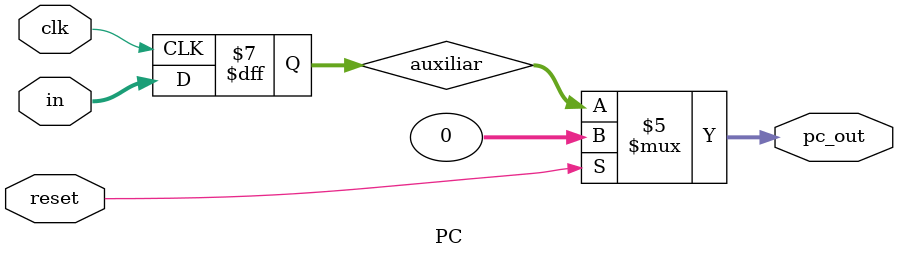
<source format=v>
`timescale 1ns / 1ps

module PC(pc_out,in,clk,reset);

input wire [31:0] in;  
input wire clk;
input wire reset;

output reg [31:0] pc_out;

reg [31:0] auxiliar;

always @(negedge clk)
       begin
        auxiliar = in;
       end
       
always @*
begin
 if(reset == 0)
       begin
            pc_out = auxiliar;
       end
    else 
       begin
            pc_out = 32'h0;
       end
end
endmodule


</source>
